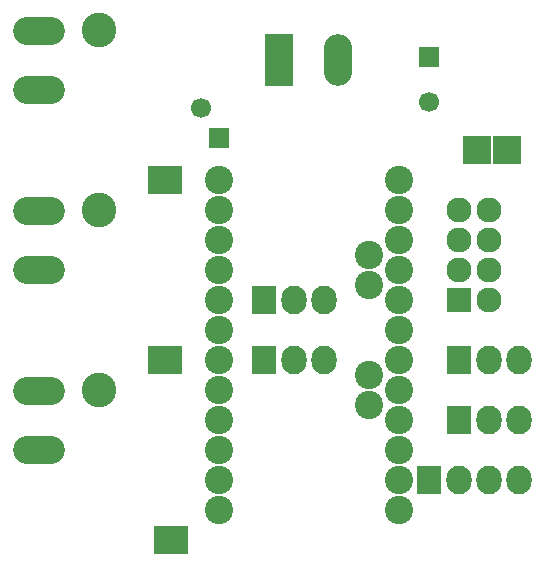
<source format=gbs>
G04 #@! TF.FileFunction,Soldermask,Bot*
%FSLAX46Y46*%
G04 Gerber Fmt 4.6, Leading zero omitted, Abs format (unit mm)*
G04 Created by KiCad (PCBNEW 4.0.4-stable) date 03/13/17 09:42:38*
%MOMM*%
%LPD*%
G01*
G04 APERTURE LIST*
%ADD10C,0.100000*%
%ADD11C,2.400000*%
%ADD12R,2.432000X2.432000*%
%ADD13R,2.127200X2.127200*%
%ADD14O,2.127200X2.127200*%
%ADD15R,1.700000X1.700000*%
%ADD16C,1.700000*%
%ADD17C,2.940000*%
%ADD18R,2.940000X2.400000*%
%ADD19R,2.381200X4.362400*%
%ADD20O,2.381200X4.362400*%
%ADD21O,4.362400X2.381200*%
%ADD22R,2.127200X2.432000*%
%ADD23O,2.127200X2.432000*%
G04 APERTURE END LIST*
D10*
D11*
X119380000Y-114300000D03*
X119380000Y-116840000D03*
X119380000Y-119380000D03*
X119380000Y-121920000D03*
X119380000Y-124460000D03*
X119380000Y-127000000D03*
X119380000Y-129540000D03*
X119380000Y-132080000D03*
X119380000Y-134620000D03*
X119380000Y-137160000D03*
X119380000Y-139700000D03*
X119380000Y-142240000D03*
X134620000Y-142240000D03*
X134620000Y-139700000D03*
X134620000Y-137160000D03*
X134620000Y-134620000D03*
X134620000Y-132080000D03*
X134620000Y-129540000D03*
X134620000Y-127000000D03*
X134620000Y-124460000D03*
X134620000Y-121920000D03*
X134620000Y-119380000D03*
X134620000Y-116840000D03*
X134620000Y-114300000D03*
X132080000Y-120650000D03*
X132080000Y-123190000D03*
X132080000Y-133350000D03*
X132080000Y-130810000D03*
D12*
X141224000Y-111760000D03*
X143764000Y-111760000D03*
D13*
X139700000Y-124460000D03*
D14*
X142240000Y-124460000D03*
X139700000Y-121920000D03*
X142240000Y-121920000D03*
X139700000Y-119380000D03*
X142240000Y-119380000D03*
X139700000Y-116840000D03*
X142240000Y-116840000D03*
D15*
X119380000Y-110744000D03*
D16*
X117856000Y-108204000D03*
D17*
X109220000Y-132080001D03*
D18*
X115317953Y-144777463D03*
D17*
X109220001Y-116840000D03*
D18*
X114809953Y-129537463D03*
D17*
X109220000Y-101600001D03*
D18*
X114809953Y-114297463D03*
D16*
X137160000Y-107696000D03*
D15*
X137160000Y-103896000D03*
D19*
X124460000Y-104140000D03*
D20*
X129460000Y-104140000D03*
D21*
X104140000Y-137160000D03*
X104140000Y-132160000D03*
X104140000Y-106680000D03*
X104140000Y-101680000D03*
X104140000Y-121920000D03*
X104140000Y-116920000D03*
D22*
X123190000Y-124460000D03*
D23*
X125730000Y-124460000D03*
X128270000Y-124460000D03*
D22*
X123190000Y-129540000D03*
D23*
X125730000Y-129540000D03*
X128270000Y-129540000D03*
D22*
X137160000Y-139700000D03*
D23*
X139700000Y-139700000D03*
X142240000Y-139700000D03*
X144780000Y-139700000D03*
D22*
X139700000Y-129540000D03*
D23*
X142240000Y-129540000D03*
X144780000Y-129540000D03*
D22*
X139700000Y-134620000D03*
D23*
X142240000Y-134620000D03*
X144780000Y-134620000D03*
M02*

</source>
